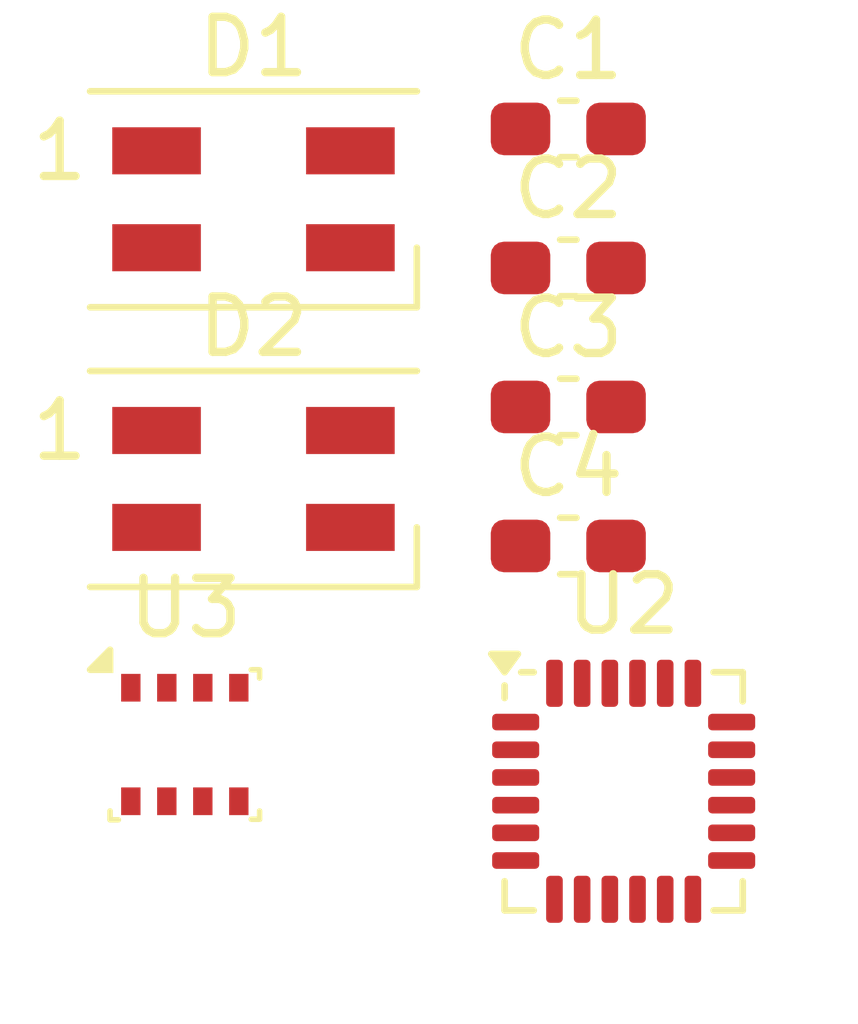
<source format=kicad_pcb>
(kicad_pcb (version 20221018) (generator pcbnew)
  (layers (0 "F.Cu" signal) (31 "B.Cu" signal) (34 "B.Paste" user) (35 "F.Paste" user) (36 "B.SilkS" user "B.Silkscreen") (37 "F.SilkS" user "F.Silkscreen") (38 "B.Mask" user) (39 "F.Mask" user) (44 "Edge.Cuts" user))
  (net 0 "")
  (net 1 "Net-(U2-REGOUT)")
  (net 2 "GND")
  (net 3 "Net-(U2-CPOUT)")
  (net 4 "+3V3")
  (net 5 "Net-(D1-DOUT)")
  (net 6 "LED")
  (net 14 "Net-(U2-AD0)")
  (net 23 "SCL")
  (net 24 "SDA")
  (footprint "Sensor_Motion:InvenSense_QFN-24_4x4mm_P0.5mm" (layer "F.Cu") (at 94.575 61.825)
    (fp_text reference "U2" (at 0 -3.375) (layer "F.SilkS"))
    (fp_text value "MPU-6050")
    (fp_line (start -2.15 -1.685) (end -2.15 -1.91) (stroke (width 0.12)) (layer "F.SilkS"))
    (fp_line (start -2.15 2.15) (end -2.15 1.625) (stroke (width 0.12)) (layer "F.SilkS"))
    (fp_line (start -2.15 2.15) (end -1.625 2.15) (stroke (width 0.12)) (layer "F.SilkS"))
    (fp_line (start -1.625 -2.15) (end -1.85 -2.15) (stroke (width 0.12)) (layer "F.SilkS"))
    (fp_line (start 2.15 -2.15) (end 1.625 -2.15) (stroke (width 0.12)) (layer "F.SilkS"))
    (fp_line (start 2.15 -2.15) (end 2.15 -1.625) (stroke (width 0.12)) (layer "F.SilkS"))
    (fp_line (start 2.15 2.15) (end 1.625 2.15) (stroke (width 0.12)) (layer "F.SilkS"))
    (fp_line (start 2.15 2.15) (end 2.15 1.625) (stroke (width 0.12)) (layer "F.SilkS"))
    (fp_poly (pts (xy -2.15 -2.15) (xy -2.39 -2.48) (xy -1.91 -2.48) (xy -2.15 -2.15)) (stroke (width 0.12)) (fill solid) (layer "F.SilkS"))
    (pad "1" smd roundrect (at -1.95 -1.25) (size 0.85 0.3) (layers "F.Cu" "F.Paste" "F.Mask") (net 2 "GND"))
    (pad "2" smd roundrect (at -1.95 -0.75) (size 0.85 0.3) (layers "F.Cu" "F.Paste" "F.Mask"))
    (pad "3" smd roundrect (at -1.95 -0.25) (size 0.85 0.3) (layers "F.Cu" "F.Paste" "F.Mask"))
    (pad "4" smd roundrect (at -1.95 0.25) (size 0.85 0.3) (layers "F.Cu" "F.Paste" "F.Mask"))
    (pad "5" smd roundrect (at -1.95 0.75) (size 0.85 0.3) (layers "F.Cu" "F.Paste" "F.Mask"))
    (pad "6" smd roundrect (at -1.95 1.25) (size 0.85 0.3) (layers "F.Cu" "F.Paste" "F.Mask"))
    (pad "7" smd roundrect (at -1.25 1.95 90) (size 0.85 0.3) (layers "F.Cu" "F.Paste" "F.Mask"))
    (pad "8" smd roundrect (at -0.75 1.95 90) (size 0.85 0.3) (layers "F.Cu" "F.Paste" "F.Mask") (net 4 "+3V3"))
    (pad "9" smd roundrect (at -0.25 1.95 90) (size 0.85 0.3) (layers "F.Cu" "F.Paste" "F.Mask") (net 14 "Net-(U2-AD0)"))
    (pad "10" smd roundrect (at 0.25 1.95 90) (size 0.85 0.3) (layers "F.Cu" "F.Paste" "F.Mask") (net 1 "Net-(U2-REGOUT)"))
    (pad "11" smd roundrect (at 0.75 1.95 90) (size 0.85 0.3) (layers "F.Cu" "F.Paste" "F.Mask") (net 2 "GND"))
    (pad "12" smd roundrect (at 1.25 1.95 90) (size 0.85 0.3) (layers "F.Cu" "F.Paste" "F.Mask"))
    (pad "13" smd roundrect (at 1.95 1.25) (size 0.85 0.3) (layers "F.Cu" "F.Paste" "F.Mask") (net 4 "+3V3"))
    (pad "14" smd roundrect (at 1.95 0.75) (size 0.85 0.3) (layers "F.Cu" "F.Paste" "F.Mask"))
    (pad "15" smd roundrect (at 1.95 0.25) (size 0.85 0.3) (layers "F.Cu" "F.Paste" "F.Mask"))
    (pad "16" smd roundrect (at 1.95 -0.25) (size 0.85 0.3) (layers "F.Cu" "F.Paste" "F.Mask"))
    (pad "17" smd roundrect (at 1.95 -0.75) (size 0.85 0.3) (layers "F.Cu" "F.Paste" "F.Mask"))
    (pad "18" smd roundrect (at 1.95 -1.25) (size 0.85 0.3) (layers "F.Cu" "F.Paste" "F.Mask") (net 2 "GND"))
    (pad "19" smd roundrect (at 1.25 -1.95 90) (size 0.85 0.3) (layers "F.Cu" "F.Paste" "F.Mask"))
    (pad "20" smd roundrect (at 0.75 -1.95 90) (size 0.85 0.3) (layers "F.Cu" "F.Paste" "F.Mask") (net 3 "Net-(U2-CPOUT)"))
    (pad "21" smd roundrect (at 0.25 -1.95 90) (size 0.85 0.3) (layers "F.Cu" "F.Paste" "F.Mask"))
    (pad "22" smd roundrect (at -0.25 -1.95 90) (size 0.85 0.3) (layers "F.Cu" "F.Paste" "F.Mask"))
    (pad "23" smd roundrect (at -0.75 -1.95 90) (size 0.85 0.3) (layers "F.Cu" "F.Paste" "F.Mask") (net 23 "SCL"))
    (pad "24" smd roundrect (at -1.25 -1.95 90) (size 0.85 0.3) (layers "F.Cu" "F.Paste" "F.Mask") (net 24 "SDA"))
  )
  (footprint "Package_LGA:Bosch_LGA-8_2.5x2.5mm_P0.65mm_ClockwisePinNumbering" (layer "F.Cu") (at 86.65 60.98)
    (fp_text reference "U3" (at 0.015 -2.465) (layer "F.SilkS"))
    (fp_text value "BME280")
    (fp_line (start -1.35 1.35) (end -1.35 1.2) (stroke (width 0.1)) (layer "F.SilkS"))
    (fp_line (start -1.35 1.36) (end -1.2 1.36) (stroke (width 0.1)) (layer "F.SilkS"))
    (fp_line (start 1.2 -1.35) (end 1.35 -1.35) (stroke (width 0.1)) (layer "F.SilkS"))
    (fp_line (start 1.35 -1.35) (end 1.35 -1.2) (stroke (width 0.1)) (layer "F.SilkS"))
    (fp_line (start 1.35 1.35) (end 1.2 1.35) (stroke (width 0.1)) (layer "F.SilkS"))
    (fp_line (start 1.35 1.35) (end 1.35 1.2) (stroke (width 0.1)) (layer "F.SilkS"))
    (fp_poly (pts (xy -1.35 -1.35) (xy -1.71 -1.35) (xy -1.35 -1.71) (xy -1.35 -1.35)) (stroke (width 0.12)) (fill solid) (layer "F.SilkS"))
    (pad "1" smd rect (at -0.975 -1.025 90) (size 0.5 0.35) (layers "F.Cu" "F.Paste" "F.Mask") (net 2 "GND"))
    (pad "2" smd rect (at -0.325 -1.025 90) (size 0.5 0.35) (layers "F.Cu" "F.Paste" "F.Mask") (net 4 "+3V3"))
    (pad "3" smd rect (at 0.325 -1.025 90) (size 0.5 0.35) (layers "F.Cu" "F.Paste" "F.Mask") (net 24 "SDA"))
    (pad "4" smd rect (at 0.975 -1.025 90) (size 0.5 0.35) (layers "F.Cu" "F.Paste" "F.Mask") (net 23 "SCL"))
    (pad "5" smd rect (at 0.975 1.025 90) (size 0.5 0.35) (layers "F.Cu" "F.Paste" "F.Mask") (net 2 "GND"))
    (pad "6" smd rect (at 0.325 1.025 90) (size 0.5 0.35) (layers "F.Cu" "F.Paste" "F.Mask") (net 4 "+3V3"))
    (pad "7" smd rect (at -0.325 1.025 90) (size 0.5 0.35) (layers "F.Cu" "F.Paste" "F.Mask") (net 2 "GND"))
    (pad "8" smd rect (at -0.975 1.025 90) (size 0.5 0.35) (layers "F.Cu" "F.Paste" "F.Mask") (net 4 "+3V3"))
  )
  (footprint "Capacitor_SMD:C_0603_1608Metric_Pad1.08x0.95mm_HandSolder" (layer "F.Cu") (at 93.575 49.865)
    (fp_text reference "C1" (at 0 -1.43) (layer "F.SilkS"))
    (fp_text value "0.1uf")
    (fp_line (start -0.146267 -0.51) (end 0.146267 -0.51) (stroke (width 0.12)) (layer "F.SilkS"))
    (fp_line (start -0.146267 0.51) (end 0.146267 0.51) (stroke (width 0.12)) (layer "F.SilkS"))
    (pad "1" smd roundrect (at -0.8625 0) (size 1.075 0.95) (layers "F.Cu" "F.Paste" "F.Mask") (net 1 "Net-(U2-REGOUT)"))
    (pad "2" smd roundrect (at 0.8625 0) (size 1.075 0.95) (layers "F.Cu" "F.Paste" "F.Mask") (net 2 "GND"))
  )
  (footprint "Capacitor_SMD:C_0603_1608Metric_Pad1.08x0.95mm_HandSolder" (layer "F.Cu") (at 93.575 57.395)
    (fp_text reference "C4" (at 0 -1.43) (layer "F.SilkS"))
    (fp_text value "0.1uf")
    (fp_line (start -0.146267 -0.51) (end 0.146267 -0.51) (stroke (width 0.12)) (layer "F.SilkS"))
    (fp_line (start -0.146267 0.51) (end 0.146267 0.51) (stroke (width 0.12)) (layer "F.SilkS"))
    (pad "1" smd roundrect (at -0.8625 0) (size 1.075 0.95) (layers "F.Cu" "F.Paste" "F.Mask") (net 4 "+3V3"))
    (pad "2" smd roundrect (at 0.8625 0) (size 1.075 0.95) (layers "F.Cu" "F.Paste" "F.Mask") (net 2 "GND"))
  )
  (footprint "Capacitor_SMD:C_0603_1608Metric_Pad1.08x0.95mm_HandSolder" (layer "F.Cu") (at 93.575 52.375)
    (fp_text reference "C2" (at 0 -1.43) (layer "F.SilkS"))
    (fp_text value "2.2uf")
    (fp_line (start -0.146267 -0.51) (end 0.146267 -0.51) (stroke (width 0.12)) (layer "F.SilkS"))
    (fp_line (start -0.146267 0.51) (end 0.146267 0.51) (stroke (width 0.12)) (layer "F.SilkS"))
    (pad "1" smd roundrect (at -0.8625 0) (size 1.075 0.95) (layers "F.Cu" "F.Paste" "F.Mask") (net 3 "Net-(U2-CPOUT)"))
    (pad "2" smd roundrect (at 0.8625 0) (size 1.075 0.95) (layers "F.Cu" "F.Paste" "F.Mask") (net 2 "GND"))
  )
  (footprint "Capacitor_SMD:C_0603_1608Metric_Pad1.08x0.95mm_HandSolder" (layer "F.Cu") (at 93.575 54.885)
    (fp_text reference "C3" (at 0 -1.43) (layer "F.SilkS"))
    (fp_text value "0.1uf")
    (fp_line (start -0.146267 -0.51) (end 0.146267 -0.51) (stroke (width 0.12)) (layer "F.SilkS"))
    (fp_line (start -0.146267 0.51) (end 0.146267 0.51) (stroke (width 0.12)) (layer "F.SilkS"))
    (pad "1" smd roundrect (at -0.8625 0) (size 1.075 0.95) (layers "F.Cu" "F.Paste" "F.Mask") (net 4 "+3V3"))
    (pad "2" smd roundrect (at 0.8625 0) (size 1.075 0.95) (layers "F.Cu" "F.Paste" "F.Mask") (net 2 "GND"))
  )
  (footprint "LED_SMD:LED_SK6812MINI_PLCC4_3.5x3.5mm_P1.75mm" (layer "F.Cu") (at 87.89 56.185)
    (fp_text reference "D2" (at 0 -2.75) (layer "F.SilkS"))
    (fp_text value "SK6812MINI")
    (fp_text user "1" (at -3.5 -0.875) (layer "F.SilkS"))
    (fp_line (start -2.95 -1.95) (end 2.95 -1.95) (stroke (width 0.12)) (layer "F.SilkS"))
    (fp_line (start -2.95 1.95) (end 2.95 1.95) (stroke (width 0.12)) (layer "F.SilkS"))
    (fp_line (start 2.95 1.95) (end 2.95 0.875) (stroke (width 0.12)) (layer "F.SilkS"))
    (pad "1" smd rect (at -1.75 -0.875) (size 1.6 0.85) (layers "F.Cu" "F.Paste" "F.Mask"))
    (pad "2" smd rect (at -1.75 0.875) (size 1.6 0.85) (layers "F.Cu" "F.Paste" "F.Mask") (net 2 "GND"))
    (pad "3" smd rect (at 1.75 0.875) (size 1.6 0.85) (layers "F.Cu" "F.Paste" "F.Mask") (net 5 "Net-(D1-DOUT)"))
    (pad "4" smd rect (at 1.75 -0.875) (size 1.6 0.85) (layers "F.Cu" "F.Paste" "F.Mask") (net 4 "+3V3"))
  )
  (footprint "LED_SMD:LED_SK6812MINI_PLCC4_3.5x3.5mm_P1.75mm" (layer "F.Cu") (at 87.89 51.135)
    (fp_text reference "D1" (at 0 -2.75) (layer "F.SilkS"))
    (fp_text value "SK6812MINI")
    (fp_text user "1" (at -3.5 -0.875) (layer "F.SilkS"))
    (fp_line (start -2.95 -1.95) (end 2.95 -1.95) (stroke (width 0.12)) (layer "F.SilkS"))
    (fp_line (start -2.95 1.95) (end 2.95 1.95) (stroke (width 0.12)) (layer "F.SilkS"))
    (fp_line (start 2.95 1.95) (end 2.95 0.875) (stroke (width 0.12)) (layer "F.SilkS"))
    (pad "1" smd rect (at -1.75 -0.875) (size 1.6 0.85) (layers "F.Cu" "F.Paste" "F.Mask") (net 5 "Net-(D1-DOUT)"))
    (pad "2" smd rect (at -1.75 0.875) (size 1.6 0.85) (layers "F.Cu" "F.Paste" "F.Mask") (net 2 "GND"))
    (pad "3" smd rect (at 1.75 0.875) (size 1.6 0.85) (layers "F.Cu" "F.Paste" "F.Mask") (net 6 "LED"))
    (pad "4" smd rect (at 1.75 -0.875) (size 1.6 0.85) (layers "F.Cu" "F.Paste" "F.Mask") (net 4 "+3V3"))
  )
)
</source>
